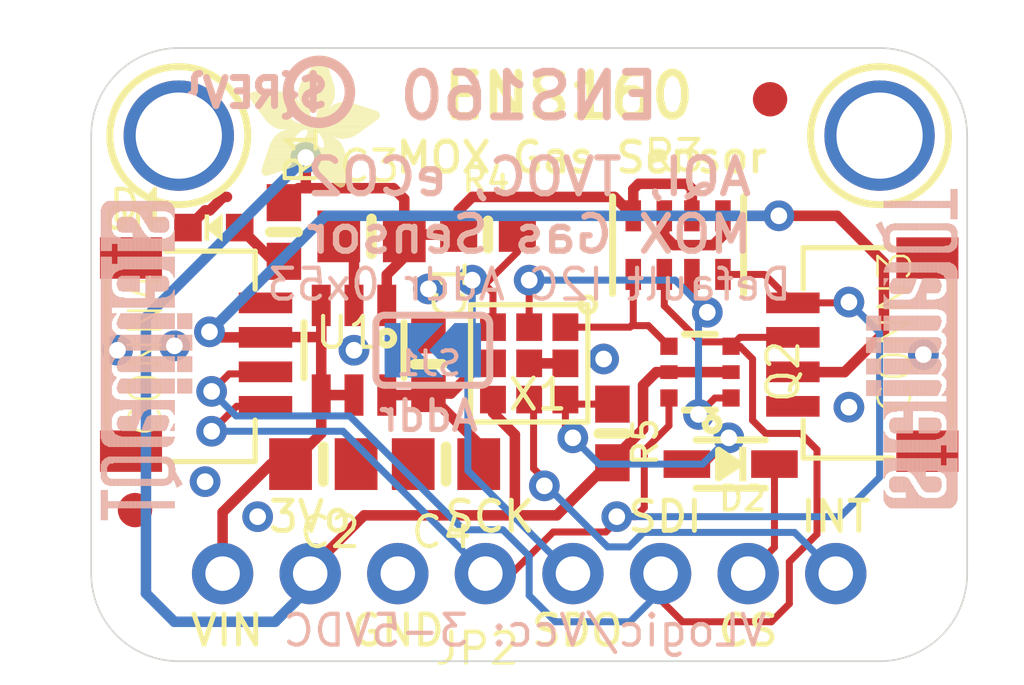
<source format=kicad_pcb>
(kicad_pcb (version 20221018) (generator pcbnew)
  (layers (0 "F.Cu" signal) (31 "B.Cu" signal) (34 "B.Paste" user) (35 "F.Paste" user) (36 "B.SilkS" user "B.Silkscreen") (37 "F.SilkS" user "F.Silkscreen") (38 "B.Mask" user) (39 "F.Mask" user) (44 "Edge.Cuts" user))
  (net 0 "")
  (net 1 "GND")
  (net 2 "3.3V")
  (net 3 "VCC")
  (net 4 "N$1")
  (net 5 "SDA_3V")
  (net 6 "SCL_3V")
  (net 7 "CS_3V")
  (net 8 "SDO/ADR")
  (net 9 "SDA/MOSI")
  (net 10 "SCL/SCK")
  (net 11 "1.8V")
  (net 12 "~{INT}")
  (net 13 "~{CS}")
  (footprint "Adafruit ENS160:0805-NO" (layer "F.Cu") (at 143.9291 101.5746 180)
    (fp_text reference "C3" (at -0.889 2.032) (layer "F.SilkS") (effects (font (size 0.896031 0.896031) (thickness 0.119969)) (justify right)))
    (fp_text value "10uF")
    (pad "1" smd rect (at -0.95 0 180) (size 1.24 1.5) (layers "F.Cu" "F.Paste" "F.Mask") (net 2 "3.3V"))
    (pad "2" smd rect (at 0.95 0 180) (size 1.24 1.5) (layers "F.Cu" "F.Paste" "F.Mask") (net 1 "GND"))
  )
  (footprint "Adafruit ENS160:MOUNTINGHOLE_2.5_PLATED" (layer "F.Cu") (at 138.3411 98.6536)
    (fp_text reference "U$1" hide)
    (fp_text value "MOUNTINGHOLE2.5" hide)
    (pad "P$1" thru_hole circle (at 0 0) (size 3.2 3.2) (drill 2.5) (layers "*.Cu" "*.Mask"))
  )
  (footprint "Adafruit ENS160:1X08_ROUND_70" (layer "F.Cu") (at 148.5011 111.3536)
    (fp_text reference "JP2" (at -2.8067 2.1717) (layer "F.SilkS") (effects (font (size 0.896031 0.896031) (thickness 0.119969)) (justify left)))
    (fp_text value "")
    (pad "1" thru_hole circle (at -8.89 0 90) (size 1.778 1.778) (drill 1) (layers "*.Cu" "*.Mask") (net 3 "VCC"))
    (pad "2" thru_hole circle (at -6.35 0 90) (size 1.778 1.778) (drill 1) (layers "*.Cu" "*.Mask") (net 2 "3.3V"))
    (pad "3" thru_hole circle (at -3.81 0 90) (size 1.778 1.778) (drill 1) (layers "*.Cu" "*.Mask") (net 1 "GND"))
    (pad "4" thru_hole circle (at -1.27 0 90) (size 1.778 1.778) (drill 1) (layers "*.Cu" "*.Mask") (net 10 "SCL/SCK"))
    (pad "5" thru_hole circle (at 1.27 0 90) (size 1.778 1.778) (drill 1) (layers "*.Cu" "*.Mask") (net 8 "SDO/ADR"))
    (pad "6" thru_hole circle (at 3.81 0 90) (size 1.778 1.778) (drill 1) (layers "*.Cu" "*.Mask") (net 9 "SDA/MOSI"))
    (pad "7" thru_hole circle (at 6.35 0 90) (size 1.778 1.778) (drill 1) (layers "*.Cu" "*.Mask") (net 13 "~{CS}"))
    (pad "8" thru_hole circle (at 8.89 0 90) (size 1.778 1.778) (drill 1) (layers "*.Cu" "*.Mask") (net 12 "~{INT}"))
  )
  (footprint "Adafruit ENS160:SOT363" (layer "F.Cu") (at 153.4541 105.5116 90)
    (fp_text reference "Q2" (at -0.9525 2.413 90) (layer "F.SilkS") (effects (font (size 0.896031 0.896031) (thickness 0.119969)) (justify left)))
    (fp_text value "BSS138")
    (pad "1" smd rect (at -0.75 0.9 90) (size 0.5 0.5) (layers "F.Cu" "F.Paste" "F.Mask") (net 6 "SCL_3V"))
    (pad "2" smd rect (at 0 0.9 90) (size 0.4 0.5) (layers "F.Cu" "F.Paste" "F.Mask") (net 2 "3.3V"))
    (pad "3" smd rect (at 0.75 0.9 90) (size 0.5 0.5) (layers "F.Cu" "F.Paste" "F.Mask") (net 9 "SDA/MOSI"))
    (pad "4" smd rect (at 0.75 -0.9 90) (size 0.5 0.5) (layers "F.Cu" "F.Paste" "F.Mask") (net 5 "SDA_3V"))
    (pad "5" smd rect (at 0 -0.9 90) (size 0.4 0.5) (layers "F.Cu" "F.Paste" "F.Mask") (net 2 "3.3V"))
    (pad "6" smd rect (at -0.75 -0.9 90) (size 0.5 0.5) (layers "F.Cu" "F.Paste" "F.Mask") (net 10 "SCL/SCK"))
  )
  (footprint "Adafruit ENS160:0805-NO" (layer "F.Cu") (at 146.0881 108.1786 180)
    (fp_text reference "C4" (at 1.0795 -1.9685) (layer "F.SilkS") (effects (font (size 0.896031 0.896031) (thickness 0.119969)) (justify left)))
    (fp_text value "10uF")
    (pad "1" smd rect (at -0.95 0 180) (size 1.24 1.5) (layers "F.Cu" "F.Paste" "F.Mask") (net 11 "1.8V"))
    (pad "2" smd rect (at 0.95 0 180) (size 1.24 1.5) (layers "F.Cu" "F.Paste" "F.Mask") (net 1 "GND"))
  )
  (footprint "Adafruit ENS160:0603-NO" (layer "F.Cu") (at 141.3891 101.4476 -90)
    (fp_text reference "R1" (at -1.27 -0.508 90) (layer "F.SilkS") (effects (font (size 0.896031 0.896031) (thickness 0.119969)) (justify left)))
    (fp_text value "10K")
    (pad "1" smd rect (at -0.85 0 270) (size 1.075 1) (layers "F.Cu" "F.Paste" "F.Mask") (net 2 "3.3V"))
    (pad "2" smd rect (at 0.85 0 270) (size 1.075 1) (layers "F.Cu" "F.Paste" "F.Mask") (net 4 "N$1"))
  )
  (footprint "Adafruit ENS160:MOUNTINGHOLE_2.5_PLATED" (layer "F.Cu") (at 158.6611 98.6536)
    (fp_text reference "U$17" hide)
    (fp_text value "MOUNTINGHOLE2.5" hide)
    (pad "P$1" thru_hole circle (at 0 0) (size 3.2 3.2) (drill 2.5) (layers "*.Cu" "*.Mask"))
  )
  (footprint "Adafruit ENS160:SOD-323" (layer "F.Cu") (at 154.3431 108.1786 180)
    (fp_text reference "D2" (at -1.1 -1) (layer "F.SilkS") (effects (font (size 0.692831 0.692831) (thickness 0.119969)) (justify right)))
    (fp_text value "1N4148")
    (pad "A" smd rect (at 1.27 0 180) (size 1.35 0.8) (layers "F.Cu" "F.Paste" "F.Mask") (net 7 "CS_3V"))
    (pad "C" smd rect (at -1.27 0 180) (size 1.35 0.8) (layers "F.Cu" "F.Paste" "F.Mask") (net 13 "~{CS}"))
  )
  (footprint "Adafruit ENS160:FIDUCIAL_1MM" (layer "F.Cu") (at 137.0711 109.5121)
    (fp_text reference "FID3" hide)
    (fp_text value "FIDUCIAL_1MM" hide)
    (pad "1" smd roundrect (at 0 0) (size 1 1) (layers "F.Cu" "F.Mask") (roundrect_rratio 0.5))
  )
  (footprint "Adafruit ENS160:JST_SH4" (layer "F.Cu") (at 138.8491 105.0036 -90)
    (fp_text reference "CONN4" (at -2.441 1.466 90) (layer "F.SilkS") (effects (font (size 0.941222 0.941222) (thickness 0.074778)) (justify right)))
    (fp_text value "STEMMA_I2C_QT" hide)
    (pad "1" smd rect (at -1.5 -2.006) (size 1.55 0.6) (layers "F.Cu" "F.Paste" "F.Mask") (net 1 "GND"))
    (pad "2" smd rect (at -0.5 -2.006) (size 1.55 0.6) (layers "F.Cu" "F.Paste" "F.Mask") (net 3 "VCC"))
    (pad "3" smd rect (at 0.5 -2.006) (size 1.55 0.6) (layers "F.Cu" "F.Paste" "F.Mask") (net 9 "SDA/MOSI"))
    (pad "4" smd rect (at 1.5 -2.006) (size 1.55 0.6) (layers "F.Cu" "F.Paste" "F.Mask") (net 10 "SCL/SCK"))
    (pad "MT1" smd rect (at -2.8 1.894) (size 1.8 1.2) (layers "F.Cu" "F.Paste" "F.Mask") (net 1 "GND"))
    (pad "MT2" smd rect (at 2.8 1.894) (size 1.8 1.2) (layers "F.Cu" "F.Paste" "F.Mask") (net 1 "GND"))
  )
  (footprint "Adafruit ENS160:0805-NO" (layer "F.Cu") (at 142.5321 108.1786)
    (fp_text reference "C2" (at -0.762 1.9685) (layer "F.SilkS") (effects (font (size 0.896031 0.896031) (thickness 0.119969)) (justify left)))
    (fp_text value "10uF")
    (pad "1" smd rect (at -0.95 0) (size 1.24 1.5) (layers "F.Cu" "F.Paste" "F.Mask") (net 3 "VCC"))
    (pad "2" smd rect (at 0.95 0) (size 1.24 1.5) (layers "F.Cu" "F.Paste" "F.Mask") (net 1 "GND"))
  )
  (footprint "Adafruit ENS160:0603-NO" (layer "F.Cu") (at 145.5801 105.283 90)
    (fp_text reference "C1" (at 1.2065 0.635 90) (layer "F.SilkS") (effects (font (size 0.896031 0.896031) (thickness 0.119969)) (justify left)))
    (fp_text value "0.1uF")
    (pad "1" smd rect (at -0.85 0 90) (size 1.075 1) (layers "F.Cu" "F.Paste" "F.Mask") (net 11 "1.8V"))
    (pad "2" smd rect (at 0.85 0 90) (size 1.075 1) (layers "F.Cu" "F.Paste" "F.Mask") (net 1 "GND"))
  )
  (footprint "Adafruit ENS160:CHIPLED_0603_NOOUTLINE" (layer "F.Cu") (at 139.3571 101.3206 90)
    (fp_text reference "D1" (at 0.635 -1.2065) (layer "F.SilkS") (effects (font (size 0.896031 0.896031) (thickness 0.119969)) (justify right)))
    (fp_text value "GREEN")
    (pad "A" smd rect (at 0 0.75 90) (size 0.8 0.8) (layers "F.Cu" "F.Paste" "F.Mask") (net 4 "N$1"))
    (pad "C" smd rect (at 0 -0.75 90) (size 0.8 0.8) (layers "F.Cu" "F.Paste" "F.Mask") (net 1 "GND"))
  )
  (footprint "Adafruit ENS160:ENS160" (layer "F.Cu") (at 148.5011 105.2576 -90)
    (fp_text reference "X1" (at 0.902 0.679) (layer "F.SilkS") (effects (font (size 0.885139 0.885139) (thickness 0.130861)) (justify left)))
    (fp_text value "ENS160")
    (pad "1" smd rect (at -1.05 -1.05 270) (size 0.8 0.75) (layers "F.Cu" "F.Paste" "F.Mask") (net 5 "SDA_3V"))
    (pad "2" smd rect (at -1.05 0 270) (size 0.8 0.75) (layers "F.Cu" "F.Paste" "F.Mask") (net 6 "SCL_3V"))
    (pad "3" smd rect (at -1.05 1.05 270) (size 0.8 0.75) (layers "F.Cu" "F.Paste" "F.Mask") (net 8 "SDO/ADR"))
    (pad "4" smd rect (at 0 1.05 270) (size 0.8 0.75) (layers "F.Cu" "F.Paste" "F.Mask") (net 11 "1.8V"))
    (pad "5" smd rect (at 1.05 1.05 270) (size 0.8 0.75) (layers "F.Cu" "F.Paste" "F.Mask") (net 2 "3.3V"))
    (pad "6" smd rect (at 1.05 0 270) (size 0.8 0.75) (layers "F.Cu" "F.Paste" "F.Mask") (net 12 "~{INT}"))
    (pad "7" smd rect (at 1.05 -1.05 270) (size 0.8 0.75) (layers "F.Cu" "F.Paste" "F.Mask") (net 7 "CS_3V"))
    (pad "8" smd rect (at 0 -1.05 270) (size 0.8 0.75) (layers "F.Cu" "F.Paste" "F.Mask") (net 1 "GND"))
    (pad "9" smd rect (at 0 0 270) (size 0.8 0.75) (layers "F.Cu" "F.Paste" "F.Mask") (net 1 "GND"))
  )
  (footprint "Adafruit ENS160:0603-NO" (layer "F.Cu") (at 150.9141 107.2896 -90)
    (fp_text reference "R5" (at -0.508 -0.9525 90) (layer "F.SilkS") (effects (font (size 0.692831 0.692831) (thickness 0.119969)) (justify right)))
    (fp_text value "10K")
    (pad "1" smd rect (at -0.85 0 270) (size 1.075 1) (layers "F.Cu" "F.Paste" "F.Mask") (net 7 "CS_3V"))
    (pad "2" smd rect (at 0.85 0 270) (size 1.075 1) (layers "F.Cu" "F.Paste" "F.Mask") (net 2 "3.3V"))
  )
  (footprint "Adafruit ENS160:SOT23-6" (layer "F.Cu") (at 143.4211 104.8766 180)
    (fp_text reference "U1" (at -0.762 0.508) (layer "F.SilkS") (effects (font (size 0.896031 0.896031) (thickness 0.119969)) (justify right)))
    (fp_text value "AP7312-1833")
    (pad "1" smd rect (at -0.95 1.3 180) (size 0.55 1.2) (layers "F.Cu" "F.Paste" "F.Mask") (net 2 "3.3V"))
    (pad "2" smd rect (at 0 1.3 180) (size 0.55 1.2) (layers "F.Cu" "F.Paste" "F.Mask") (net 1 "GND"))
    (pad "3" smd rect (at 0.95 1.3 180) (size 0.55 1.2) (layers "F.Cu" "F.Paste" "F.Mask") (net 3 "VCC"))
    (pad "4" smd rect (at 0.95 -1.3 180) (size 0.55 1.2) (layers "F.Cu" "F.Paste" "F.Mask") (net 3 "VCC"))
    (pad "5" smd rect (at 0 -1.3 180) (size 0.55 1.2) (layers "F.Cu" "F.Paste" "F.Mask") (net 3 "VCC"))
    (pad "6" smd rect (at -0.95 -1.3 180) (size 0.55 1.2) (layers "F.Cu" "F.Paste" "F.Mask") (net 11 "1.8V"))
  )
  (footprint "Adafruit ENS160:0603-NO" (layer "F.Cu") (at 147.3073 101.5238 180)
    (fp_text reference "R4" (at -0.6985 1.5875) (layer "F.SilkS") (effects (font (size 0.692831 0.692831) (thickness 0.119969)) (justify right)))
    (fp_text value "10K")
    (pad "1" smd rect (at -0.85 0 180) (size 1.075 1) (layers "F.Cu" "F.Paste" "F.Mask") (net 8 "SDO/ADR"))
    (pad "2" smd rect (at 0.85 0 180) (size 1.075 1) (layers "F.Cu" "F.Paste" "F.Mask") (net 2 "3.3V"))
  )
  (footprint "Adafruit ENS160:JST_SH4" (layer "F.Cu") (at 158.1531 105.0036 90)
    (fp_text reference "CONN3" (at -1.806 0.958 90) (layer "F.SilkS") (effects (font (size 0.941222 0.941222) (thickness 0.074778)) (justify left)))
    (fp_text value "STEMMA_I2C_QT" hide)
    (pad "1" smd rect (at -1.5 -2.006 180) (size 1.55 0.6) (layers "F.Cu" "F.Paste" "F.Mask") (net 1 "GND"))
    (pad "2" smd rect (at -0.5 -2.006 180) (size 1.55 0.6) (layers "F.Cu" "F.Paste" "F.Mask") (net 3 "VCC"))
    (pad "3" smd rect (at 0.5 -2.006 180) (size 1.55 0.6) (layers "F.Cu" "F.Paste" "F.Mask") (net 9 "SDA/MOSI"))
    (pad "4" smd rect (at 1.5 -2.006 180) (size 1.55 0.6) (layers "F.Cu" "F.Paste" "F.Mask") (net 10 "SCL/SCK"))
    (pad "MT1" smd rect (at -2.8 1.894 180) (size 1.8 1.2) (layers "F.Cu" "F.Paste" "F.Mask") (net 1 "GND"))
    (pad "MT2" smd rect (at 2.8 1.894 180) (size 1.8 1.2) (layers "F.Cu" "F.Paste" "F.Mask") (net 1 "GND"))
  )
  (footprint "Adafruit ENS160:FIDUCIAL_1MM" (layer "F.Cu") (at 155.4861 97.5995)
    (fp_text reference "FID4" hide)
    (fp_text value "FIDUCIAL_1MM" hide)
    (pad "1" smd roundrect (at 0 0) (size 1 1) (layers "F.Cu" "F.Mask") (roundrect_rratio 0.5))
  )
  (footprint "Adafruit ENS160:RESPACK_4X0603" (layer "F.Cu") (at 152.8191 101.8286 180)
    (fp_text reference "R3" (at -0.838 2.591) (layer "F.SilkS") (effects (font (size 0.896031 0.896031) (thickness 0.119969)) (justify right)))
    (fp_text value "10K pack")
    (pad "1" smd rect (at -1.3 0.85 180) (size 0.45 0.9) (layers "F.Cu" "F.Paste" "F.Mask") (net 3 "VCC"))
    (pad "2" smd rect (at -0.4 0.85 180) (size 0.45 0.9) (layers "F.Cu" "F.Paste" "F.Mask") (net 2 "3.3V"))
    (pad "3" smd rect (at 0.4 0.85 180) (size 0.45 0.9) (layers "F.Cu" "F.Paste" "F.Mask") (net 3 "VCC"))
    (pad "4" smd rect (at 1.3 0.85 180) (size 0.45 0.9) (layers "F.Cu" "F.Paste" "F.Mask") (net 2 "3.3V"))
    (pad "5" smd rect (at 1.3 -0.85 180) (size 0.45 0.9) (layers "F.Cu" "F.Paste" "F.Mask") (net 5 "SDA_3V"))
    (pad "6" smd rect (at 0.4 -0.85 180) (size 0.45 0.9) (layers "F.Cu" "F.Paste" "F.Mask") (net 9 "SDA/MOSI"))
    (pad "7" smd rect (at -0.4 -0.85 180) (size 0.45 0.9) (layers "F.Cu" "F.Paste" "F.Mask") (net 6 "SCL_3V"))
    (pad "8" smd rect (at -1.3 -0.85 180) (size 0.45 0.9) (layers "F.Cu" "F.Paste" "F.Mask") (net 10 "SCL/SCK"))
  )
  (footprint "Adafruit ENS160:ADAFRUIT_3.5MM" (layer "F.Cu") (at 140.3731 100.1776)
    (fp_text reference "U$20" hide)
    (fp_text value "" hide)
  )
  (footprint "Adafruit ENS160:SOLDERJUMPER_ARROW_NOPASTE" (layer "B.Cu") (at 145.7071 104.8766 180)
    (fp_text reference "SJ1" (at -0.889 -0.381) (layer "B.SilkS") (effects (font (size 0.692831 0.692831) (thickness 0.119969)) (justify left mirror)))
    (fp_text value "")
    (fp_poly (pts (xy 0.106121 -0.002663) (xy -0.679416 -0.7882) (xy -1.3946 -0.7882) (xy -1.3946 0.7882) (xy -0.62715 0.7882)) (fill solid) (layer "B.Cu"))
    (fp_poly (pts (xy 1.3946 -0.7882) (xy -0.315893 -0.7882) (xy 0.443148 0) (xy -0.315893 0.7882) (xy 1.3946 0.7882)) (fill solid) (layer "B.Cu"))
    (pad "1" smd roundrect (at -1.016 0 180) (size 0.762 1.524) (layers "B.Cu") (net 8 "SDO/ADR"))
    (pad "2" smd roundrect (at 1.016 0 180) (size 0.762 1.524) (layers "B.Cu") (net 1 "GND"))
  )
  (footprint "Adafruit ENS160:STEMMAQT" (layer "B.Cu") (at 158.2801 109.4486 90)
    (fp_text reference "U$30" hide)
    (fp_text value "" hide)
  )
  (footprint "Adafruit ENS160:PCBFEAT-REV-040" (layer "B.Cu") (at 142.4051 97.3836 180)
    (fp_text reference "U$25" hide)
    (fp_text value "" hide)
    (fp_text user "${REV}" (at -0.3556 -0.508) (layer "B.SilkS") (effects (font (size 0.8128 0.8128) (thickness 0.2032)) (justify left bottom mirror)))
  )
  (footprint "Adafruit ENS160:STEMMAQT" (layer "B.Cu") (at 138.7221 100.5586 -90)
    (fp_text reference "U$31" hide)
    (fp_text value "" hide)
  )
  (gr_arc (start 135.8011 98.6536) (mid 136.545049 96.857549) (end 138.3411 96.1136) (stroke (width 0.05)) (layer "Edge.Cuts"))
  (gr_arc (start 158.6611 96.1136) (mid 160.457151 96.857549) (end 161.2011 98.6536) (stroke (width 0.05)) (layer "Edge.Cuts"))
  (gr_line (start 135.8011 98.6536) (end 135.8011 111.3536) (stroke (width 0.05)) (layer "Edge.Cuts"))
  (gr_line (start 158.6611 96.1136) (end 138.3411 96.1136) (stroke (width 0.05)) (layer "Edge.Cuts"))
  (gr_arc (start 161.2011 111.3536) (mid 160.457151 113.149651) (end 158.6611 113.8936) (stroke (width 0.05)) (layer "Edge.Cuts"))
  (gr_line (start 138.3411 113.8936) (end 158.6611 113.8936) (stroke (width 0.05)) (layer "Edge.Cuts"))
  (gr_arc (start 138.3411 113.8936) (mid 136.545049 113.149651) (end 135.8011 111.3536) (stroke (width 0.05)) (layer "Edge.Cuts"))
  (gr_line (start 161.2011 111.3536) (end 161.2011 98.6536) (stroke (width 0.05)) (layer "Edge.Cuts"))
  (gr_text "Default I2C Addr 0x53" (at 148.5011 102.9716) (layer "B.SilkS") (effects (font (size 0.89408 0.89408) (thickness 0.12192)) (justify mirror)))
  (gr_text "VLogic/Vcc: 3-5VDC" (at 148.3741 113.0046) (layer "B.SilkS") (effects (font (size 0.89408 0.89408) (thickness 0.12192)) (justify mirror)))
  (gr_text "ENS160" (at 148.5011 97.5106) (layer "B.SilkS") (effects (font (size 1.2954 1.2954) (thickness 0.2286)) (justify mirror)))
  (gr_text "AQI, TVOC, eCO2\nMOX Gas Sensor" (at 148.5011 100.6856) (layer "B.SilkS") (effects (font (size 1.03632 1.03632) (thickness 0.18288)) (justify mirror)))
  (gr_text "Addr" (at 145.5801 106.7816) (layer "B.SilkS") (effects (font (size 0.8636 0.8636) (thickness 0.1524)) (justify mirror)))
  (gr_text "SDI" (at 152.4381 109.7026) (layer "F.SilkS") (effects (font (size 0.87376 0.87376) (thickness 0.14224))))
  (gr_text "GND" (at 144.6911 113.0046) (layer "F.SilkS") (effects (font (size 0.87376 0.87376) (thickness 0.14224))))
  (gr_text "on" (at 136.0551 101.4476) (layer "F.SilkS") (effects (font (size 0.89408 0.89408) (thickness 0.12192)) (justify left bottom)))
  (gr_text "VIN" (at 139.7381 113.0046) (layer "F.SilkS") (effects (font (size 0.87376 0.87376) (thickness 0.14224))))
  (gr_text "MOX Gas Sensor" (at 150.0251 99.2886) (layer "F.SilkS") (effects (font (size 0.8636 0.8636) (thickness 0.1524))))
  (gr_text "SCK" (at 147.3581 109.7026) (layer "F.SilkS") (effects (font (size 0.87376 0.87376) (thickness 0.14224))))
  (gr_text "3Vo" (at 142.1511 109.7026) (layer "F.SilkS") (effects (font (size 0.87376 0.87376) (thickness 0.14224))))
  (gr_text "CS" (at 154.8511 113.0046) (layer "F.SilkS") (effects (font (size 0.87376 0.87376) (thickness 0.14224))))
  (gr_text "INT" (at 157.3911 109.7026) (layer "F.SilkS") (effects (font (size 0.87376 0.87376) (thickness 0.14224))))
  (gr_text "SDO" (at 149.8981 113.0046) (layer "F.SilkS") (effects (font (size 0.87376 0.87376) (thickness 0.14224))))
  (gr_text "ENS160" (at 149.6441 97.5106) (layer "F.SilkS") (effects (font (size 1.25222 1.25222) (thickness 0.22098))))
  (segment (start 148.5011 105.2576) (end 149.5511 105.2576) (width 0.3048) (layer "F.Cu") (net 1))
  (segment (start 139.1057 100.822) (end 139.239281 100.822) (width 0.3048) (layer "F.Cu") (net 1))
  (segment (start 139.239281 100.822) (end 139.629681 100.4316) (width 0.3048) (layer "F.Cu") (net 1))
  (segment (start 139.629681 100.4316) (end 139.7381 100.4316) (width 0.3048) (layer "F.Cu") (net 1))
  (segment (start 143.4211 102.0166) (end 143.4211 103.5766) (width 0.3048) (layer "F.Cu") (net 1))
  (segment (start 142.9791 101.5746) (end 143.4211 102.0166) (width 0.3048) (layer "F.Cu") (net 1))
  (segment (start 138.6071 101.3206) (end 139.1057 100.822) (width 0.3048) (layer "F.Cu") (net 1))
  (via (at 143.4211 104.8766) (size 0.889) (drill 0.4826) (layers "F.Cu" "B.Cu") (net 1))
  (via (at 150.6601 105.1306) (size 0.889) (drill 0.4826) (layers "F.Cu" "B.Cu") (net 1))
  (via (at 138.2141 104.7496) (size 0.889) (drill 0.4826) (layers "F.Cu" "B.Cu") (net 1))
  (via (at 139.1031 108.6866) (size 0.889) (drill 0.4826) (layers "F.Cu" "B.Cu") (net 1))
  (via (at 159.9311 105.0036) (size 0.889) (drill 0.4826) (layers "F.Cu" "B.Cu") (net 1))
  (via (at 140.6271 109.7026) (size 0.889) (drill 0.4826) (layers "F.Cu" "B.Cu") (net 1))
  (via (at 136.5631 104.8766) (size 0.889) (drill 0.4826) (layers "F.Cu" "B.Cu") (net 1))
  (via (at 145.5801 103.0986) (size 0.889) (drill 0.4826) (layers "F.Cu" "B.Cu") (net 1))
  (via (at 157.7721 106.5276) (size 0.889) (drill 0.4826) (layers "F.Cu" "B.Cu") (net 1))
  (segment (start 143.7132 109.6645) (end 142.1511 111.2266) (width 0.3048) (layer "F.Cu") (net 2))
  (segment (start 143.7132 109.6645) (end 148.0861 109.6645) (width 0.3048) (layer "F.Cu") (net 2))
  (segment (start 150.9721 100.4316) (end 151.5191 100.9786) (width 0.3048) (layer "F.Cu") (net 2))
  (segment (start 142.0241 100.1776) (end 144.5641 100.1776) (width 0.3048) (layer "F.Cu") (net 2))
  (segment (start 141.8091 100.1776) (end 142.0241 100.1776) (width 0.3048) (layer "F.Cu") (net 2))
  (segment (start 144.5641 100.1776) (end 144.8791 100.4926) (width 0.3048) (layer "F.Cu") (net 2))
  (segment (start 150.8261 108.1396) (end 149.3012 109.6645) (width 0.3048) (layer "F.Cu") (net 2))
  (segment (start 144.8791 101.5746) (end 144.9299 101.5238) (width 0.3048) (layer "F.Cu") (net 2))
  (segment (start 153.0731 100.0506) (end 153.2191 100.1966) (width 0.3048) (layer "F.Cu") (net 2))
  (segment (start 141.3891 100.5976) (end 141.8091 100.1776) (width 0.3048) (layer "F.Cu") (net 2))
  (segment (start 144.3711 102.6876) (end 144.3711 103.5766) (width 0.3048) (layer "F.Cu") (net 2))
  (segment (start 148.0861 107.3236) (end 147.4511 106.6886) (width 0.3048) (layer "F.Cu") (net 2))
  (segment (start 144.8791 100.4926) (end 144.8791 101.5746) (width 0.3048) (layer "F.Cu") (net 2))
  (segment (start 151.8031 105.8926) (end 151.8031 107.165932) (width 0.3048) (layer "F.Cu") (net 2))
  (segment (start 150.9141 108.1396) (end 150.9141 108.054932) (width 0.3048) (layer "F.Cu") (net 2))
  (segment (start 144.8791 102.1796) (end 144.3711 102.6876) (width 0.3048) (layer "F.Cu") (net 2))
  (segment (start 151.5191 100.9786) (end 151.5191 100.2076) (width 0.3048) (layer "F.Cu") (net 2))
  (segment (start 153.2191 100.1966) (end 153.2191 100.9786) (width 0.3048) (layer "F.Cu") (net 2))
  (segment (start 151.8031 107.165932) (end 150.9141 108.054932) (width 0.3048) (layer "F.Cu") (net 2))
  (segment (start 152.1841 105.5116) (end 151.8031 105.8926) (width 0.3048) (layer "F.Cu") (net 2))
  (segment (start 146.4573 101.5238) (end 146.4573 100.8244) (width 0.3048) (layer "F.Cu") (net 2))
  (segment (start 150.9141 108.1396) (end 150.8261 108.1396) (width 0.3048) (layer "F.Cu") (net 2))
  (segment (start 144.8791 101.5746) (end 144.8791 102.1796) (width 0.3048) (layer "F.Cu") (net 2))
  (segment (start 151.6761 100.0506) (end 153.0731 100.0506) (width 0.3048) (layer "F.Cu") (net 2))
  (segment (start 152.5541 105.5116) (end 154.3541 105.5116) (width 0.3048) (layer "F.Cu") (net 2))
  (segment (start 148.0861 107.3236) (end 148.0861 109.6645) (width 0.3048) (layer "F.Cu") (net 2))
  (segment (start 152.5541 105.5116) (end 152.1841 105.5116) (width 0.3048) (layer "F.Cu") (net 2))
  (segment (start 151.5191 100.2076) (end 151.6761 100.0506) (width 0.3048) (layer "F.Cu") (net 2))
  (segment (start 142.0241 100.1776) (end 142.0241 99.2886) (width 0.3048) (layer "F.Cu") (net 2))
  (segment (start 142.1511 111.2266) (end 142.1511 111.3536) (width 0.3048) (layer "F.Cu") (net 2))
  (segment (start 146.4573 100.8244) (end 146.8501 100.4316) (width 0.3048) (layer "F.Cu") (net 2))
  (segment (start 149.3012 109.6645) (end 148.0861 109.6645) (width 0.3048) (layer "F.Cu") (net 2))
  (segment (start 146.8501 100.4316) (end 150.9721 100.4316) (width 0.3048) (layer "F.Cu") (net 2))
  (segment (start 146.4573 101.5238) (end 144.9299 101.5238) (width 0.3048) (layer "F.Cu") (net 2))
  (segment (start 147.4511 106.3076) (end 147.4511 106.6886) (width 0.3048) (layer "F.Cu") (net 2))
  (via (at 142.0241 99.2886) (size 0.889) (drill 0.4826) (layers "F.Cu" "B.Cu") (net 2))
  (segment (start 142.0241 99.2886) (end 137.3886 103.9241) (width 0.3048) (layer "B.Cu") (net 2))
  (segment (start 141.1351 112.7506) (end 142.1511 111.7346) (width 0.3048) (layer "B.Cu") (net 2))
  (segment (start 142.1511 111.7346) (end 142.1511 111.3536) (width 0.3048) (layer "B.Cu") (net 2))
  (segment (start 137.3886 111.9251) (end 138.2141 112.7506) (width 0.3048) (layer "B.Cu") (net 2))
  (segment (start 137.3886 103.9241) (end 137.3886 111.9251) (width 0.3048) (layer "B.Cu") (net 2))
  (segment (start 138.2141 112.7506) (end 141.1351 112.7506) (width 0.3048) (layer "B.Cu") (net 2))
  (segment (start 140.8551 104.5036) (end 140.8631 104.4956) (width 0.3048) (layer "F.Cu") (net 3))
  (segment (start 153.8351 101.8286) (end 154.1191 101.5446) (width 0.3048) (layer "F.Cu") (net 3))
  (segment (start 140.8551 104.5036) (end 139.3905 104.5036) (width 0.3048) (layer "F.Cu") (net 3))
  (segment (start 152.4191 100.9786) (end 152.4191 101.5556) (width 0.3048) (layer "F.Cu") (net 3))
  (segment (start 158.7881 102.3366) (end 158.7881 104.3686) (width 0.3048) (layer "F.Cu") (net 3))
  (segment (start 157.4301 100.9786) (end 158.7881 102.3366) (width 0.3048) (layer "F.Cu") (net 3))
  (segment (start 142.4711 103.5766) (end 142.4711 104.4956) (width 0.3048) (layer "F.Cu") (net 3))
  (segment (start 142.4711 106.1766) (end 143.4211 106.1766) (width 0.3048) (layer "F.Cu") (net 3))
  (segment (start 142.4711 104.4956) (end 142.4711 106.1766) (width 0.3048) (layer "F.Cu") (net 3))
  (segment (start 139.3905 104.5036) (end 139.2301 104.3432) (width 0.3048) (layer "F.Cu") (net 3))
  (segment (start 158.7881 104.3686) (end 157.6451 105.5116) (width 0.3048) (layer "F.Cu") (net 3))
  (segment (start 154.1191 101.5446) (end 154.1191 100.9786) (width 0.3048) (layer "F.Cu") (net 3))
  (segment (start 142.4711 107.2896) (end 141.5821 108.1786) (width 0.3048) (layer "F.Cu") (net 3))
  (segment (start 156.1551 105.5116) (end 156.1471 105.5036) (width 0.3048) (layer "F.Cu") (net 3))
  (segment (start 140.8631 104.4956) (end 142.4711 104.4956) (width 0.3048) (layer "F.Cu") (net 3))
  (segment (start 152.4191 101.5556) (end 152.6921 101.8286) (width 0.3048) (layer "F.Cu") (net 3))
  (segment (start 154.1191 100.9786) (end 155.7401 100.9786) (width 0.3048) (layer "F.Cu") (net 3))
  (segment (start 139.6111 109.5756) (end 139.6111 111.3536) (width 0.3048) (layer "F.Cu") (net 3))
  (segment (start 141.5821 108.1786) (end 141.0081 108.1786) (width 0.3048) (layer "F.Cu") (net 3))
  (segment (start 152.6921 101.8286) (end 153.8351 101.8286) (width 0.3048) (layer "F.Cu") (net 3))
  (segment (start 141.0081 108.1786) (end 139.6111 109.5756) (width 0.3048) (layer "F.Cu") (net 3))
  (segment (start 157.6451 105.5116) (end 156.1551 105.5116) (width 0.3048) (layer "F.Cu") (net 3))
  (segment (start 155.7401 100.9786) (end 157.4301 100.9786) (width 0.3048) (layer "F.Cu") (net 3))
  (segment (start 142.4711 106.1766) (end 142.4711 107.2896) (width 0.3048) (layer "F.Cu") (net 3))
  (via (at 155.7401 100.9786) (size 0.889) (drill 0.4826) (layers "F.Cu" "B.Cu") (net 3))
  (via (at 139.2301 104.3432) (size 0.889) (drill 0.4826) (layers "F.Cu" "B.Cu") (net 3))
  (segment (start 139.2301 104.3432) (end 142.5947 100.9786) (width 0.3048) (layer "B.Cu") (net 3))
  (segment (start 142.5947 100.9786) (end 155.7401 100.9786) (width 0.3048) (layer "B.Cu") (net 3))
  (segment (start 141.0841 102.2976) (end 141.3891 102.2976) (width 0.3048) (layer "F.Cu") (net 4))
  (segment (start 140.1071 101.3206) (end 141.0841 102.2976) (width 0.3048) (layer "F.Cu") (net 4))
  (segment (start 151.4261 104.2076) (end 151.4706 104.1631) (width 0.2032) (layer "F.Cu") (net 5))
  (segment (start 151.9556 104.1631) (end 151.4706 104.1631) (width 0.2032) (layer "F.Cu") (net 5))
  (segment (start 151.5191 104.1146) (end 151.5191 102.6786) (width 0.2032) (layer "F.Cu") (net 5))
  (segment (start 152.5541 104.7616) (end 151.9556 104.1631) (width 0.2032) (layer "F.Cu") (net 5))
  (segment (start 151.4706 104.1631) (end 151.5191 104.1146) (width 0.2032) (layer "F.Cu") (net 5))
  (segment (start 149.5511 104.2076) (end 151.4261 104.2076) (width 0.2032) (layer "F.Cu") (net 5))
  (segment (start 153.2191 102.6786) (end 153.2191 103.328925) (width 0.2032) (layer "F.Cu") (net 6))
  (segment (start 153.888112 106.2616) (end 153.411106 106.738607) (width 0.2032) (layer "F.Cu") (net 6))
  (segment (start 153.2191 103.328925) (end 153.665937 103.775763) (width 0.2032) (layer "F.Cu") (net 6))
  (segment (start 148.5011 104.2076) (end 148.5011 102.8446) (width 0.2032) (layer "F.Cu") (net 6))
  (segment (start 154.3541 106.2616) (end 153.888112 106.2616) (width 0.2032) (layer "F.Cu") (net 6))
  (via (at 153.665937 103.775763) (size 0.889) (drill 0.4826) (layers "F.Cu" "B.Cu") (net 6))
  (via (at 153.411106 106.738607) (size 0.889) (drill 0.4826) (layers "F.Cu" "B.Cu") (net 6))
  (via (at 148.5011 102.8446) (size 0.889) (drill 0.4826) (layers "F.Cu" "B.Cu") (net 6))
  (segment (start 152.734775 102.8446) (end 153.665937 103.775763) (width 0.2032) (layer "B.Cu") (net 6))
  (segment (start 153.665937 103.775763) (end 153.411106 104.030594) (width 0.2032) (layer "B.Cu") (net 6))
  (segment (start 153.411106 104.030594) (end 153.411106 106.738607) (width 0.2032) (layer "B.Cu") (net 6))
  (segment (start 148.5011 102.8446) (end 152.734775 102.8446) (width 0.2032) (layer "B.Cu") (net 6))
  (segment (start 154.2904 107.4693) (end 153.5811 108.1786) (width 0.2032) (layer "F.Cu") (net 7))
  (segment (start 149.5511 106.3076) (end 149.4191 106.4396) (width 0.2032) (layer "F.Cu") (net 7))
  (segment (start 153.0731 108.1786) (end 153.5811 108.1786) (width 0.2032) (layer "F.Cu") (net 7))
  (segment (start 149.5511 107.2013) (end 149.7664 107.4166) (width 0.2032) (layer "F.Cu") (net 7))
  (segment (start 149.5511 106.3076) (end 149.5511 107.2013) (width 0.2032) (layer "F.Cu") (net 7))
  (segment (start 149.4191 106.4396) (end 150.9141 106.4396) (width 0.2032) (layer "F.Cu") (net 7))
  (segment (start 154.2904 107.4166) (end 154.2904 107.4693) (width 0.2032) (layer "F.Cu") (net 7))
  (via (at 149.7664 107.4166) (size 0.889) (drill 0.4826) (layers "F.Cu" "B.Cu") (net 7))
  (via (at 154.2904 107.4166) (size 0.889) (drill 0.4826) (layers "F.Cu" "B.Cu") (net 7))
  (segment (start 149.7664 107.4166) (end 150.5284 108.1786) (width 0.2032) (layer "B.Cu") (net 7))
  (segment (start 154.2904 107.4166) (end 153.5284 108.1786) (width 0.2032) (layer "B.Cu") (net 7))
  (segment (start 153.5284 108.1786) (end 150.5284 108.1786) (width 0.2032) (layer "B.Cu") (net 7))
  (segment (start 147.3445 102.8446) (end 146.8501 102.8446) (width 0.2032) (layer "F.Cu") (net 8))
  (segment (start 147.4511 104.2076) (end 147.4511 103.2052) (width 0.2032) (layer "F.Cu") (net 8))
  (segment (start 147.4511 103.2052) (end 147.2175 102.9716) (width 0.2032) (layer "F.Cu") (net 8))
  (segment (start 148.1573 102.0318) (end 147.3445 102.8446) (width 0.2032) (layer "F.Cu") (net 8))
  (segment (start 147.3445 102.8446) (end 147.2175 102.9716) (width 0.2032) (layer "F.Cu") (net 8))
  (segment (start 148.1573 101.5238) (end 148.1573 102.0318) (width 0.2032) (layer "F.Cu") (net 8))
  (via (at 146.8501 102.8446) (size 0.889) (drill 0.4826) (layers "F.Cu" "B.Cu") (net 8))
  (segment (start 146.7231 104.8766) (end 146.7231 108.3691) (width 0.2032) (layer "B.Cu") (net 8))
  (segment (start 146.7231 104.8766) (end 146.8501 104.7496) (width 0.2032) (layer "B.Cu") (net 8))
  (segment (start 149.7711 111.3536) (end 149.7076 111.3536) (width 0.2032) (layer "B.Cu") (net 8))
  (segment (start 146.8501 102.8446) (end 146.8501 104.7496) (width 0.2032) (layer "B.Cu") (net 8))
  (segment (start 149.7076 111.3536) (end 146.7231 108.3691) (width 0.2032) (layer "B.Cu") (net 8))
  (segment (start 152.9461 112.7506) (end 152.3111 112.1156) (width 0.2032) (layer "F.Cu") (net 9))
  (segment (start 156.0449 111.011507) (end 156.0449 112.229094) (width 0.2032) (layer "F.Cu") (net 9))
  (segment (start 154.6091 104.7616) (end 154.9781 105.1306) (width 0.2032) (layer "F.Cu") (net 9))
  (segment (start 154.6121 104.5036) (end 154.3541 104.7616) (width 0.2032) (layer "F.Cu") (net 9))
  (segment (start 156.8469 107.7614) (end 156.8469 110.209507) (width 0.2032) (layer "F.Cu") (net 9))
  (segment (start 156.0449 112.229094) (end 155.523393 112.7506) (width 0.2032) (layer "F.Cu") (net 9))
  (segment (start 155.3591 107.2896) (end 154.9781 106.9086) (width 0.2032) (layer "F.Cu") (net 9))
  (segment (start 140.7963 105.5624) (end 139.8016 105.5624) (width 0.2032) (layer "F.Cu") (net 9))
  (segment (start 156.8469 110.209507) (end 156.0449 111.011507) (width 0.2032) (layer "F.Cu") (net 9))
  (segment (start 152.4191 102.6786) (end 152.4191 103.5886) (width 0.2032) (layer "F.Cu") (net 9))
  (segment (start 155.3591 107.2896) (end 156.3751 107.2896) (width 0.2032) (layer "F.Cu") (net 9))
  (segment (start 154.9781 105.1306) (end 154.9781 106.9086) (width 0.2032) (layer "F.Cu") (net 9))
  (segment (start 153.4651 104.6346) (end 152.4191 103.5886) (width 0.2032) (layer "F.Cu") (net 9))
  (segment (start 156.1471 104.5036) (end 154.6121 104.5036) (width 0.2032) (layer "F.Cu") (net 9))
  (segment (start 155.523393 112.7506) (end 152.9461 112.7506) (width 0.2032) (layer "F.Cu") (net 9))
  (segment (start 154.2271 104.6346) (end 153.4651 104.6346) (width 0.2032) (layer "F.Cu") (net 9))
  (segment (start 152.3111 112.1156) (end 152.3111 111.3536) (width 0.2032) (layer "F.Cu") (net 9))
  (segment (start 140.8551 105.5036) (end 140.7963 105.5624) (width 0.2032) (layer "F.Cu") (net 9))
  (segment (start 156.3751 107.2896) (end 156.8469 107.7614) (width 0.2032) (layer "F.Cu") (net 9))
  (segment (start 154.3541 104.7616) (end 154.6091 104.7616) (width 0.2032) (layer "F.Cu") (net 9))
  (segment (start 154.2271 104.6346) (end 154.3541 104.7616) (width 0.2032) (layer "F.Cu") (net 9))
  (segment (start 139.8016 105.5624) (end 139.2936 106.0704) (width 0.2032) (layer "F.Cu") (net 9))
  (via (at 139.2936 106.0704) (size 0.889) (drill 0.4826) (layers "F.Cu" "B.Cu") (net 9))
  (segment (start 143.2941 106.7816) (end 146.5961 110.0836) (width 0.2032) (layer "B.Cu") (net 9))
  (segment (start 148.5011 111.9886) (end 149.2631 112.7506) (width 0.2032) (layer "B.Cu") (net 9))
  (segment (start 149.2631 112.7506) (end 151.4221 112.7506) (width 0.2032) (layer "B.Cu") (net 9))
  (segment (start 147.7391 110.0836) (end 148.5011 110.8456) (width 0.2032) (layer "B.Cu") (net 9))
  (segment (start 152.3111 111.8616) (end 152.3111 111.3536) (width 0.2032) (layer "B.Cu") (net 9))
  (segment (start 146.5961 110.0836) (end 147.7391 110.0836) (width 0.2032) (layer "B.Cu") (net 9))
  (segment (start 139.2936 106.0704) (end 140.0048 106.7816) (width 0.2032) (layer "B.Cu") (net 9))
  (segment (start 151.4221 112.7506) (end 152.3111 111.8616) (width 0.2032) (layer "B.Cu") (net 9))
  (segment (start 148.5011 110.8456) (end 148.5011 111.9886) (width 0.2032) (layer "B.Cu") (net 9))
  (segment (start 143.2941 106.7816) (end 140.0048 106.7816) (width 0.2032) (layer "B.Cu") (net 9))
  (segment (start 151.0411 109.7026) (end 151.0411 109.8296) (width 0.2032) (layer "F.Cu") (net 10))
  (segment (start 152.5541 107.06455) (end 151.8393 107.77935) (width 0.2032) (layer "F.Cu") (net 10))
  (segment (start 156.1471 103.5036) (end 157.7481 103.5036) (width 0.2032) (layer "F.Cu") (net 10))
  (segment (start 155.3221 102.6786) (end 156.1471 103.5036) (width 0.2032) (layer "F.Cu") (net 10))
  (segment (start 150.7236 110.1471) (end 149.1996 110.1471) (width 0.2032) (layer "F.Cu") (net 10))
  (segment (start 149.1996 110.1471) (end 147.9931 111.3536) (width 0.2032) (layer "F.Cu") (net 10))
  (segment (start 147.2311 111.3536) (end 147.9931 111.3536) (width 0.2032) (layer "F.Cu") (net 10))
  (segment (start 155.3221 102.6786) (end 154.1191 102.6786) (width 0.2032) (layer "F.Cu") (net 10))
  (segment (start 151.8393 107.77935) (end 151.8393 109.44495) (width 0.2032) (layer "F.Cu") (net 10))
  (segment (start 157.7481 103.5036) (end 157.7721 103.4796) (width 0.2032) (layer "F.Cu") (net 10))
  (segment (start 140.8551 106.5036) (end 140.0161 106.5036) (width 0.2032) (layer "F.Cu") (net 10))
  (segment (start 152.5541 106.2616) (end 152.5541 107.06455) (width 0.2032) (layer "F.Cu") (net 10))
  (segment (start 151.8393 109.44495) (end 151.58165 109.7026) (width 0.2032) (layer "F.Cu") (net 10))
  (segment (start 151.0411 109.8296) (end 150.7236 110.1471) (width 0.2032) (layer "F.Cu") (net 10))
  (segment (start 151.58165 109.7026) (end 151.0411 109.7026) (width 0.2032) (layer "F.Cu") (net 10))
  (segment (start 140.0161 106.5036) (end 139.2936 107.2261) (width 0.2032) (layer "F.Cu") (net 10))
  (via (at 157.7721 103.4796) (size 0.889) (drill 0.4826) (layers "F.Cu" "B.Cu") (net 10))
  (via (at 139.2936 107.2261) (size 0.889) (drill 0.4826) (layers "F.Cu" "B.Cu") (net 10))
  (via (at 151.0411 109.7026) (size 0.889) (drill 0.4826) (layers "F.Cu" "B.Cu") (net 10))
  (segment (start 158.6611 108.5596) (end 157.5181 109.7026) (width 0.2032) (layer "B.Cu") (net 10))
  (segment (start 143.1036 107.2261) (end 147.2311 111.3536) (width 0.2032) (layer "B.Cu") (net 10))
  (segment (start 157.5181 109.7026) (end 151.0411 109.7026) (width 0.2032) (layer "B.Cu") (net 10))
  (segment (start 157.7721 103.4796) (end 158.6611 104.3686) (width 0.2032) (layer "B.Cu") (net 10))
  (segment (start 158.6611 104.3686) (end 158.6611 108.5596) (width 0.2032) (layer "B.Cu") (net 10))
  (segment (start 139.2936 107.2261) (end 143.1036 107.2261) (width 0.2032) (layer "B.Cu") (net 10))
  (segment (start 146.2287 106.133) (end 145.5801 106.133) (width 0.3048) (layer "F.Cu") (net 11))
  (segment (start 144.3711 106.1766) (end 145.536503 106.1766) (width 0.3048) (layer "F.Cu") (net 11))
  (segment (start 147.4511 105.2576) (end 147.1041 105.2576) (width 0.3048) (layer "F.Cu") (net 11))
  (segment (start 145.536503 106.1766) (end 145.5801 106.133) (width 0.3048) (layer "F.Cu") (net 11))
  (segment (start 147.0381 107.591) (end 147.0381 108.1786) (width 0.3048) (layer "F.Cu") (net 11))
  (segment (start 145.5801 106.133) (end 147.0381 107.591) (width 0.3048) (layer "F.Cu") (net 11))
  (segment (start 147.1041 105.2576) (end 146.2287 106.133) (width 0.3048) (layer "F.Cu") (net 11))
  (segment (start 148.9408 108.618413) (end 148.9408 108.808913) (width 0.2032) (layer "F.Cu") (net 12))
  (segment (start 148.9408 108.618413) (end 148.6281 108.305713) (width 0.2032) (layer "F.Cu") (net 12))
  (segment (start 148.6281 106.4346) (end 148.6281 108.305713) (width 0.2032) (layer "F.Cu") (net 12))
  (segment (start 148.5011 106.3076) (end 148.6281 106.4346) (width 0.2032) (layer "F.Cu") (net 12))
  (via (at 148.9408 108.808913) (size 0.889) (drill 0.4826) (layers "F.Cu" "B.Cu") (net 12))
  (segment (start 151.816606 110.1598) (end 156.1973 110.1598) (width 0.2032) (layer "B.Cu") (net 12))
  (segment (start 148.972606 108.777107) (end 150.7744 110.5789) (width 0.2032) (layer "B.Cu") (net 12))
  (segment (start 151.397506 110.5789) (end 151.816606 110.1598) (width 0.2032) (layer "B.Cu") (net 12))
  (segment (start 156.1973 110.1598) (end 157.3911 111.3536) (width 0.2032) (layer "B.Cu") (net 12))
  (segment (start 150.7744 110.5789) (end 151.397506 110.5789) (width 0.2032) (layer "B.Cu") (net 12))
  (segment (start 148.9408 108.808913) (end 148.972606 108.777107) (width 0.2032) (layer "B.Cu") (net 12))
  (segment (start 155.6131 110.5916) (end 154.8511 111.3536) (width 0.2032) (layer "F.Cu") (net 13))
  (segment (start 155.6131 108.1786) (end 155.6131 110.5916) (width 0.2032) (layer "F.Cu") (net 13))
)
</source>
